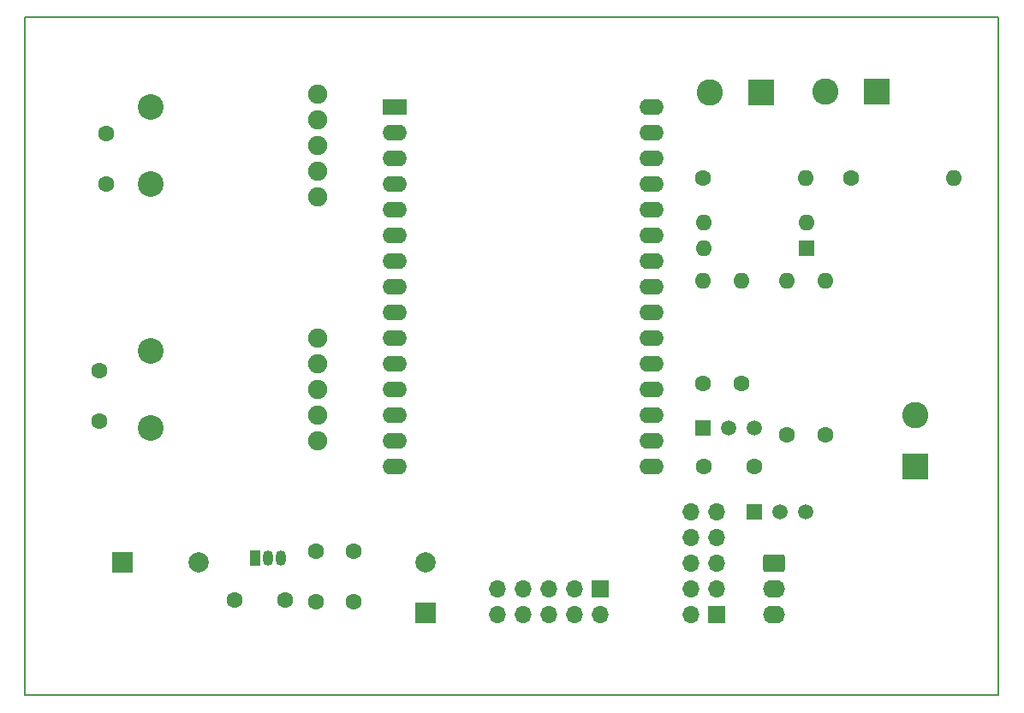
<source format=gbr>
%TF.GenerationSoftware,KiCad,Pcbnew,7.0.7*%
%TF.CreationDate,2023-11-28T11:04:19+01:00*%
%TF.ProjectId,THT_Oven,5448545f-4f76-4656-9e2e-6b696361645f,rev?*%
%TF.SameCoordinates,Original*%
%TF.FileFunction,Soldermask,Bot*%
%TF.FilePolarity,Negative*%
%FSLAX46Y46*%
G04 Gerber Fmt 4.6, Leading zero omitted, Abs format (unit mm)*
G04 Created by KiCad (PCBNEW 7.0.7) date 2023-11-28 11:04:19*
%MOMM*%
%LPD*%
G01*
G04 APERTURE LIST*
G04 Aperture macros list*
%AMRoundRect*
0 Rectangle with rounded corners*
0 $1 Rounding radius*
0 $2 $3 $4 $5 $6 $7 $8 $9 X,Y pos of 4 corners*
0 Add a 4 corners polygon primitive as box body*
4,1,4,$2,$3,$4,$5,$6,$7,$8,$9,$2,$3,0*
0 Add four circle primitives for the rounded corners*
1,1,$1+$1,$2,$3*
1,1,$1+$1,$4,$5*
1,1,$1+$1,$6,$7*
1,1,$1+$1,$8,$9*
0 Add four rect primitives between the rounded corners*
20,1,$1+$1,$2,$3,$4,$5,0*
20,1,$1+$1,$4,$5,$6,$7,0*
20,1,$1+$1,$6,$7,$8,$9,0*
20,1,$1+$1,$8,$9,$2,$3,0*%
G04 Aperture macros list end*
%ADD10C,1.600000*%
%ADD11O,1.600000X1.600000*%
%ADD12R,1.500000X1.500000*%
%ADD13C,1.500000*%
%ADD14R,1.600000X1.600000*%
%ADD15R,1.700000X1.700000*%
%ADD16O,1.700000X1.700000*%
%ADD17R,2.400000X1.600000*%
%ADD18O,2.400000X1.600000*%
%ADD19C,1.905000*%
%ADD20C,2.540000*%
%ADD21R,2.600000X2.600000*%
%ADD22C,2.600000*%
%ADD23R,2.000000X2.000000*%
%ADD24C,2.000000*%
%ADD25R,1.050000X1.500000*%
%ADD26O,1.050000X1.500000*%
%ADD27RoundRect,0.250000X-0.845000X0.620000X-0.845000X-0.620000X0.845000X-0.620000X0.845000X0.620000X0*%
%ADD28O,2.190000X1.740000*%
%ADD29C,0.150000*%
G04 APERTURE END LIST*
D10*
%TO.C,C4*%
X55880000Y-88225000D03*
X55880000Y-83225000D03*
%TD*%
%TO.C,R11*%
X130175000Y-64135000D03*
D11*
X140335000Y-64135000D03*
%TD*%
D12*
%TO.C,Q2*%
X120650000Y-97155000D03*
D13*
X123190000Y-97155000D03*
X125730000Y-97155000D03*
%TD*%
D10*
%TO.C,R6*%
X123825000Y-89535000D03*
D11*
X123825000Y-74295000D03*
%TD*%
D14*
%TO.C,U3*%
X125750000Y-71125000D03*
D11*
X125750000Y-68585000D03*
X115590000Y-68585000D03*
X115590000Y-71125000D03*
%TD*%
D15*
%TO.C,J1*%
X116900000Y-107300000D03*
D16*
X114360000Y-107300000D03*
X116900000Y-104760000D03*
X114360000Y-104760000D03*
X116900000Y-102220000D03*
X114360000Y-102220000D03*
X116900000Y-99680000D03*
X114360000Y-99680000D03*
X116900000Y-97140000D03*
X114360000Y-97140000D03*
%TD*%
D17*
%TO.C,U1*%
X85090000Y-57150000D03*
D18*
X85090000Y-59690000D03*
X85090000Y-62230000D03*
X85090000Y-64770000D03*
X85090000Y-67310000D03*
X85090000Y-69850000D03*
X85090000Y-72390000D03*
X85090000Y-74930000D03*
X85090000Y-77470000D03*
X85090000Y-80010000D03*
X85090000Y-82550000D03*
X85090000Y-85090000D03*
X85090000Y-87630000D03*
X85090000Y-90170000D03*
X85090000Y-92710000D03*
X110490000Y-92710000D03*
X110490000Y-90170000D03*
X110490000Y-87630000D03*
X110490000Y-85090000D03*
X110490000Y-82550000D03*
X110490000Y-80010000D03*
X110490000Y-77470000D03*
X110490000Y-74930000D03*
X110490000Y-72390000D03*
X110490000Y-69850000D03*
X110490000Y-67310000D03*
X110490000Y-64770000D03*
X110490000Y-62230000D03*
X110490000Y-59690000D03*
X110490000Y-57150000D03*
%TD*%
D19*
%TO.C,U4*%
X77470000Y-66040000D03*
X77470000Y-63500000D03*
X77470000Y-60960000D03*
X77470000Y-58420000D03*
X77470000Y-55880000D03*
D20*
X60960000Y-64770000D03*
X60960000Y-57150000D03*
%TD*%
D21*
%TO.C,J4*%
X132720000Y-55580000D03*
D22*
X127640000Y-55580000D03*
%TD*%
D10*
%TO.C,R5*%
X127635000Y-89535000D03*
D11*
X127635000Y-74295000D03*
%TD*%
D12*
%TO.C,Q1*%
X115570000Y-88900000D03*
D13*
X118110000Y-88900000D03*
X120650000Y-88900000D03*
%TD*%
D21*
%TO.C,J6*%
X136525000Y-92715000D03*
D22*
X136525000Y-87635000D03*
%TD*%
D10*
%TO.C,C7*%
X115610000Y-92710000D03*
X120610000Y-92710000D03*
%TD*%
D23*
%TO.C,BZ1*%
X58100000Y-102200000D03*
D24*
X65700000Y-102200000D03*
%TD*%
D10*
%TO.C,C8*%
X77300000Y-106100000D03*
X77300000Y-101100000D03*
%TD*%
%TO.C,R9*%
X115570000Y-84455000D03*
D11*
X115570000Y-74295000D03*
%TD*%
D19*
%TO.C,U5*%
X77470000Y-90170000D03*
X77470000Y-87630000D03*
X77470000Y-85090000D03*
X77470000Y-82550000D03*
X77470000Y-80010000D03*
D20*
X60960000Y-88900000D03*
X60960000Y-81280000D03*
%TD*%
D15*
%TO.C,J2*%
X105405000Y-104770000D03*
D16*
X105405000Y-107310000D03*
X102865000Y-104770000D03*
X102865000Y-107310000D03*
X100325000Y-104770000D03*
X100325000Y-107310000D03*
X97785000Y-104770000D03*
X97785000Y-107310000D03*
X95245000Y-104770000D03*
X95245000Y-107310000D03*
%TD*%
D10*
%TO.C,R12*%
X119380000Y-84455000D03*
D11*
X119380000Y-74295000D03*
%TD*%
D10*
%TO.C,C5*%
X69200000Y-105900000D03*
X74200000Y-105900000D03*
%TD*%
D25*
%TO.C,U2*%
X71230000Y-101760000D03*
D26*
X72500000Y-101760000D03*
X73770000Y-101760000D03*
%TD*%
D27*
%TO.C,J5*%
X122555000Y-102235000D03*
D28*
X122555000Y-104775000D03*
X122555000Y-107315000D03*
%TD*%
D21*
%TO.C,J3*%
X121285000Y-55700000D03*
D22*
X116205000Y-55700000D03*
%TD*%
D10*
%TO.C,C6*%
X81000000Y-106100000D03*
X81000000Y-101100000D03*
%TD*%
%TO.C,R10*%
X115570000Y-64135000D03*
D11*
X125730000Y-64135000D03*
%TD*%
D23*
%TO.C,C9*%
X88100000Y-107200000D03*
D24*
X88100000Y-102200000D03*
%TD*%
D10*
%TO.C,C3*%
X56515000Y-64730000D03*
X56515000Y-59730000D03*
%TD*%
D29*
X144780000Y-115316000D02*
X144780000Y-48260000D01*
X48514000Y-115316000D02*
X144780000Y-115316000D01*
X144780000Y-48260000D02*
X48514000Y-48260000D01*
X48514000Y-48260000D02*
X48514000Y-115316000D01*
M02*

</source>
